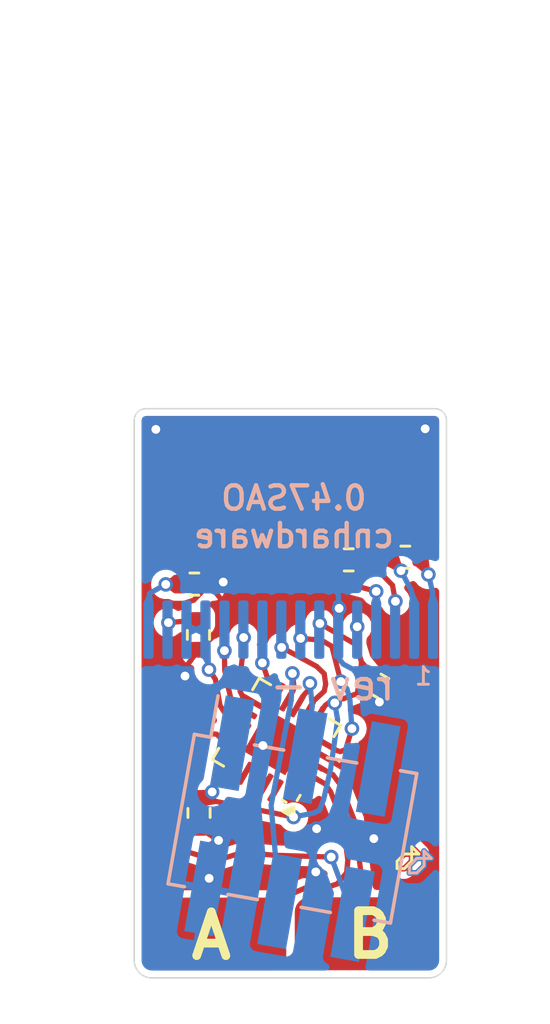
<source format=kicad_pcb>
(kicad_pcb (version 20240108) (generator "pcbnew") (generator_version "8.0")
  (layers (0 "F.Cu" signal) (31 "B.Cu" signal) (34 "B.Paste" user) (35 "F.Paste" user) (36 "B.SilkS" user "B.Silkscreen") (37 "F.SilkS" user "F.Silkscreen") (38 "B.Mask" user) (39 "F.Mask" user) (44 "Edge.Cuts" user))
  (net 0 "")
  (net 1 "VDD")
  (net 2 "GND")
  (net 4 "Net-(U1-VCC)")
  (net 5 "Net-(U1-C2N)")
  (net 6 "Net-(U1-C2P)")
  (net 7 "Net-(U1-C1P)")
  (net 8 "Net-(U1-C1N)")
  (net 9 "Net-(U1-VCOMH)")
  (net 10 "Net-(U2-PA1{slash}OSCI{slash}A1{slash}T1CH2{slash}OPN0)")
  (net 11 "Net-(U2-PA2{slash}OSCO{slash}A0{slash}T1CH2N{slash}OPP0{slash}AETR2)")
  (net 15 "SSCL")
  (net 16 "SWIO")
  (net 17 "SSDA")
  (net 18 "SDA")
  (net 19 "CS")
  (net 20 "DC")
  (net 21 "RST")
  (net 22 "BS1")
  (net 23 "SCL")
  (footprint "TestPoint:TestPoint_Pad_D2.5mm" (layer "F.Cu") (at 198.34 84.02)
    (property "Reference" "TP2")
    (property "Value" "TP1")
    (pad "1" smd roundrect (at 0 0) (size 4.9 2.5) (layers "F.Cu") (roundrect_rratio 0.2) (net 11 "Net-(U2-PA2{slash}OSCO{slash}A0{slash}T1CH2N{slash}OPP0{slash}AETR2)"))
  )
  (footprint "Resistor_SMD:R_0402_1005Metric" (layer "F.Cu") (at 198.79 75.53 150)
    (property "Reference" "C1")
    (property "Value" "1u")
    (fp_line (start -0.153641 -0.38) (end 0.153641 -0.38) (stroke (width 0.1)) (layer "F.SilkS"))
    (fp_line (start -0.153641 0.38) (end 0.153641 0.38) (stroke (width 0.1)) (layer "F.SilkS"))
    (pad "1" smd roundrect (at -0.51 0 150) (size 0.54 0.64) (layers "F.Cu" "F.Paste" "F.Mask") (net 2 "GND"))
    (pad "2" smd roundrect (at 0.51 0 150) (size 0.54 0.64) (layers "F.Cu" "F.Paste" "F.Mask") (net 1 "VDD"))
  )
  (footprint "Resistor_SMD:R_0402_1005Metric" (layer "F.Cu") (at 192.59 73.78 -90)
    (property "Reference" "C7")
    (property "Value" "1u" (hide yes))
    (fp_line (start -0.153641 0.38) (end 0.153641 0.38) (stroke (width 0.1)) (layer "F.SilkS"))
    (fp_line (start -0.153641 -0.38) (end 0.153641 -0.38) (stroke (width 0.1)) (layer "F.SilkS"))
    (pad "1" smd roundrect (at -0.51 0 270) (size 0.54 0.64) (layers "F.Cu" "F.Paste" "F.Mask") (net 9 "Net-(U1-VCOMH)"))
    (pad "2" smd roundrect (at 0.51 0 270) (size 0.54 0.64) (layers "F.Cu" "F.Paste" "F.Mask") (net 2 "GND"))
  )
  (footprint "Resistor_SMD:R_0402_1005Metric" (layer "F.Cu") (at 197.74 71.21 180)
    (property "Reference" "C6")
    (property "Value" "1u")
    (fp_line (start -0.153641 0.38) (end 0.153641 0.38) (stroke (width 0.1)) (layer "F.SilkS"))
    (fp_line (start -0.153641 -0.38) (end 0.153641 -0.38) (stroke (width 0.1)) (layer "F.SilkS"))
    (pad "1" smd roundrect (at -0.51 0 180) (size 0.54 0.64) (layers "F.Cu" "F.Paste" "F.Mask") (net 7 "Net-(U1-C1P)"))
    (pad "2" smd roundrect (at 0.51 0 180) (size 0.54 0.64) (layers "F.Cu" "F.Paste" "F.Mask") (net 8 "Net-(U1-C1N)"))
  )
  (footprint "Resistor_SMD:R_0402_1005Metric" (layer "F.Cu") (at 199.68 71.12)
    (property "Reference" "C5")
    (property "Value" "1u")
    (fp_line (start -0.153641 -0.38) (end 0.153641 -0.38) (stroke (width 0.1)) (layer "F.SilkS"))
    (fp_line (start -0.153641 0.38) (end 0.153641 0.38) (stroke (width 0.1)) (layer "F.SilkS"))
    (pad "1" smd roundrect (at -0.51 0) (size 0.54 0.64) (layers "F.Cu" "F.Paste" "F.Mask") (net 5 "Net-(U1-C2N)"))
    (pad "2" smd roundrect (at 0.51 0) (size 0.54 0.64) (layers "F.Cu" "F.Paste" "F.Mask") (net 6 "Net-(U1-C2P)"))
  )
  (footprint "Resistor_SMD:R_0402_1005Metric" (layer "F.Cu") (at 192.61 79.88 90)
    (property "Reference" "C2")
    (property "Value" "1u" (hide yes))
    (fp_line (start -0.153641 -0.38) (end 0.153641 -0.38) (stroke (width 0.1)) (layer "F.SilkS"))
    (fp_line (start -0.153641 0.38) (end 0.153641 0.38) (stroke (width 0.1)) (layer "F.SilkS"))
    (pad "1" smd roundrect (at -0.51 0 90) (size 0.54 0.64) (layers "F.Cu" "F.Paste" "F.Mask") (net 2 "GND"))
    (pad "2" smd roundrect (at 0.51 0 90) (size 0.54 0.64) (layers "F.Cu" "F.Paste" "F.Mask") (net 1 "VDD"))
  )
  (footprint "TestPoint:TestPoint_Pad_D2.5mm" (layer "F.Cu") (at 193.15 84.03)
    (property "Reference" "TP1")
    (property "Value" "TP1")
    (pad "1" smd roundrect (at 0 0) (size 4.9 2.5) (layers "F.Cu") (roundrect_rratio 0.2) (net 10 "Net-(U2-PA1{slash}OSCI{slash}A1{slash}T1CH2{slash}OPN0)"))
  )
  (footprint "Package_DFN_QFN:QFN-20-1EP_3x3mm_P0.4mm_EP1.65x1.65mm" (layer "F.Cu") (at 195.26218 77.464263 150)
    (property "Reference" "U2" (hide yes))
    (property "Value" "CH32V003F4U6")
    (fp_line (start 1.61 -1.61) (end 1.61 -1.16) (stroke (width 0.1)) (layer "F.SilkS"))
    (fp_line (start 1.16 -1.61) (end 1.61 -1.61) (stroke (width 0.1)) (layer "F.SilkS"))
    (fp_line (start 1.61 1.61) (end 1.61 1.16) (stroke (width 0.1)) (layer "F.SilkS"))
    (fp_line (start 1.16 1.61) (end 1.61 1.61) (stroke (width 0.1)) (layer "F.SilkS"))
    (fp_line (start -1.16 -1.61) (end -1.31 -1.61) (stroke (width 0.1)) (layer "F.SilkS"))
    (fp_line (start -1.61 -1.16) (end -1.61 -1.37) (stroke (width 0.1)) (layer "F.SilkS"))
    (fp_line (start -1.16 1.61) (end -1.61 1.61) (stroke (width 0.1)) (layer "F.SilkS"))
    (fp_line (start -1.61 1.61) (end -1.61 1.16) (stroke (width 0.1)) (layer "F.SilkS"))
    (fp_poly (pts (xy -1.61 -1.61) (xy -1.85 -1.94) (xy -1.37 -1.94) (xy -1.61 -1.61)) (stroke (width 0.1)) (fill solid) (layer "F.SilkS"))
    (pad "1" smd roundrect (at -1.45 -0.8 150) (size 0.85 0.2) (layers "F.Cu" "F.Paste" "F.Mask"))
    (pad "2" smd roundrect (at -1.45 -0.4 150) (size 0.85 0.2) (layers "F.Cu" "F.Paste" "F.Mask") (net 10 "Net-(U2-PA1{slash}OSCI{slash}A1{slash}T1CH2{slash}OPN0)"))
    (pad "3" smd roundrect (at -1.45 0 150) (size 0.85 0.2) (layers "F.Cu" "F.Paste" "F.Mask") (net 11 "Net-(U2-PA2{slash}OSCO{slash}A0{slash}T1CH2N{slash}OPP0{slash}AETR2)"))
    (pad "4" smd roundrect (at -1.45 0.4 150) (size 0.85 0.2) (layers "F.Cu" "F.Paste" "F.Mask") (net 2 "GND"))
    (pad "5" smd roundrect (at -1.45 0.8 150) (size 0.85 0.2) (layers "F.Cu" "F.Paste" "F.Mask") (net 22 "BS1"))
    (pad "6" smd roundrect (at -0.8 1.45 150) (size 0.2 0.85) (layers "F.Cu" "F.Paste" "F.Mask") (net 1 "VDD"))
    (pad "7" smd roundrect (at -0.4 1.45 150) (size 0.2 0.85) (layers "F.Cu" "F.Paste" "F.Mask") (net 19 "CS"))
    (pad "8" smd roundrect (at 0 1.45 150) (size 0.2 0.85) (layers "F.Cu" "F.Paste" "F.Mask") (net 17 "SSDA"))
    (pad "9" smd roundrect (at 0.4 1.45 150) (size 0.2 0.85) (layers "F.Cu" "F.Paste" "F.Mask") (net 15 "SSCL"))
    (pad "10" smd roundrect (at 0.8 1.45 150) (size 0.2 0.85) (layers "F.Cu" "F.Paste" "F.Mask") (net 21 "RST"))
    (pad "11" smd roundrect (at 1.45 0.8 150) (size 0.85 0.2) (layers "F.Cu" "F.Paste" "F.Mask") (net 20 "DC"))
    (pad "12" smd roundrect (at 1.45 0.4 150) (size 0.85 0.2) (layers "F.Cu" "F.Paste" "F.Mask") (net 23 "SCL"))
    (pad "13" smd roundrect (at 1.45 0 150) (size 0.85 0.2) (layers "F.Cu" "F.Paste" "F.Mask") (net 18 "SDA"))
    (pad "14" smd roundrect (at 1.45 -0.4 150) (size 0.85 0.2) (layers "F.Cu" "F.Paste" "F.Mask"))
    (pad "15" smd roundrect (at 1.45 -0.8 150) (size 0.85 0.2) (layers "F.Cu" "F.Paste" "F.Mask") (net 16 "SWIO"))
    (pad "16" smd roundrect (at 0.8 -1.45 150) (size 0.2 0.85) (layers "F.Cu" "F.Paste" "F.Mask"))
    (pad "17" smd roundrect (at 0.4 -1.45 150) (size 0.2 0.85) (layers "F.Cu" "F.Paste" "F.Mask"))
    (pad "18" smd roundrect (at 0 -1.45 150) (size 0.2 0.85) (layers "F.Cu" "F.Paste" "F.Mask"))
    (pad "19" smd roundrect (at -0.4 -1.45 150) (size 0.2 0.85) (layers "F.Cu" "F.Paste" "F.Mask"))
    (pad "20" smd roundrect (at -0.8 -1.45 150) (size 0.2 0.85) (layers "F.Cu" "F.Paste" "F.Mask"))
    (pad "21" smd rect (at 0 0 150) (size 1.65 1.65) (property pad_prop_heatsink) (layers "F.Cu" "F.Mask") (net 2 "GND"))
  )
  (footprint "Resistor_SMD:R_0402_1005Metric" (layer "F.Cu") (at 192.45 72.04)
    (property "Reference" "C4")
    (property "Value" "1u" (hide yes))
    (fp_line (start -0.153641 -0.38) (end 0.153641 -0.38) (stroke (width 0.1)) (layer "F.SilkS"))
    (fp_line (start -0.153641 0.38) (end 0.153641 0.38) (stroke (width 0.1)) (layer "F.SilkS"))
    (pad "1" smd roundrect (at -0.51 0) (size 0.54 0.64) (layers "F.Cu" "F.Paste" "F.Mask") (net 4 "Net-(U1-VCC)"))
    (pad "2" smd roundrect (at 0.51 0) (size 0.54 0.64) (layers "F.Cu" "F.Paste" "F.Mask") (net 2 "GND"))
  )
  (footprint "cnhardware:P0.65mm_16_pin_OLED_FLEX_CONTACT" (layer "B.Cu") (at 190.88 69.7 90)
    (property "Reference" "U1" (hide yes))
    (property "Value" "~")
    (pad "1" smd roundrect (at -3.9 9.75 90) (size 2 0.35) (layers "B.Cu" "B.Paste" "B.Mask") (net 6 "Net-(U1-C2P)"))
    (pad "2" smd roundrect (at -3.9 9.1 90) (size 2 0.35) (layers "B.Cu" "B.Paste" "B.Mask") (net 5 "Net-(U1-C2N)"))
    (pad "3" smd roundrect (at -3.9 8.45 90) (size 2 0.35) (layers "B.Cu" "B.Paste" "B.Mask") (net 7 "Net-(U1-C1P)"))
    (pad "4" smd roundrect (at -3.9 7.8 90) (size 2 0.35) (layers "B.Cu" "B.Paste" "B.Mask") (net 8 "Net-(U1-C1N)"))
    (pad "5" smd roundrect (at -3.9 7.15 90) (size 2 0.35) (layers "B.Cu" "B.Paste" "B.Mask") (net 1 "VDD"))
    (pad "6" smd roundrect (at -3.9 6.5 90) (size 2 0.35) (layers "B.Cu" "B.Paste" "B.Mask") (net 2 "GND"))
    (pad "7" smd roundrect (at -3.9 5.85 90) (size 2 0.35) (layers "B.Cu" "B.Paste" "B.Mask") (net 1 "VDD"))
    (pad "8" smd roundrect (at -3.9 5.2 90) (size 2 0.35) (layers "B.Cu" "B.Paste" "B.Mask") (net 22 "BS1"))
    (pad "9" smd roundrect (at -3.9 4.55 90) (size 2 0.35) (layers "B.Cu" "B.Paste" "B.Mask") (net 19 "CS"))
    (pad "10" smd roundrect (at -3.9 3.9 90) (size 2 0.35) (layers "B.Cu" "B.Paste" "B.Mask") (net 21 "RST"))
    (pad "11" smd roundrect (at -3.9 3.25 90) (size 2 0.35) (layers "B.Cu" "B.Paste" "B.Mask") (net 20 "DC"))
    (pad "12" smd roundrect (at -3.9 2.6 90) (size 2 0.35) (layers "B.Cu" "B.Paste" "B.Mask") (net 23 "SCL"))
    (pad "13" smd roundrect (at -3.9 1.95 90) (size 2 0.35) (layers "B.Cu" "B.Paste" "B.Mask") (net 18 "SDA"))
    (pad "14" smd roundrect (at -3.9 1.3 90) (size 2 0.35) (layers "B.Cu" "B.Paste" "B.Mask") (net 18 "SDA"))
    (pad "15" smd roundrect (at -3.9 0.65 90) (size 2 0.35) (layers "B.Cu" "B.Paste" "B.Mask") (net 9 "Net-(U1-VCOMH)"))
    (pad "16" smd roundrect (at -3.9 0 90) (size 2 0.35) (layers "B.Cu" "B.Paste" "B.Mask") (net 4 "Net-(U1-VCC)"))
  )
  (footprint "Connector_PinHeader_2.54mm:PinHeader_2x03_P2.54mm_Vertical_SMD" (layer "B.Cu") (at 195.81 80.42 -100)
    (property "Reference" "J1" (hide yes))
    (property "Value" "SAO")
    (fp_line (start 2.599999 3.870001) (end -2.600001 3.869998) (stroke (width 0.12)) (layer "B.SilkS"))
    (fp_line (start 2.6 3.299999) (end 2.599999 3.870001) (stroke (width 0.12)) (layer "B.SilkS"))
    (fp_line (start -2.6 3.300001) (end -2.600001 3.869998) (stroke (width 0.12)) (layer "B.SilkS"))
    (fp_line (start -2.6 3.300001) (end -4.04 3.3) (stroke (width 0.12)) (layer "B.SilkS"))
    (fp_line (start 2.600001 0.760001) (end 2.6 1.780002) (stroke (width 0.12)) (layer "B.SilkS"))
    (fp_line (start -2.6 0.759999) (end -2.6 1.78) (stroke (width 0.12)) (layer "B.SilkS"))
    (fp_line (start 2.6 -1.78) (end 2.6 -0.759999) (stroke (width 0.12)) (layer "B.SilkS"))
    (fp_line (start -2.6 -1.780002) (end -2.600001 -0.760001) (stroke (width 0.12)) (layer "B.SilkS"))
    (fp_line (start 2.600001 -3.869998) (end 2.6 -3.300001) (stroke (width 0.12)) (layer "B.SilkS"))
    (fp_line (start 2.600001 -3.869998) (end -2.599999 -3.870001) (stroke (width 0.12)) (layer "B.SilkS"))
    (fp_line (start -2.599999 -3.870001) (end -2.6 -3.299999) (stroke (width 0.12)) (layer "B.SilkS"))
    (pad "1" smd rect (at -2.525 2.54 260) (size 3.15 1) (layers "B.Cu" "B.Paste" "B.Mask") (net 1 "VDD"))
    (pad "2" smd rect (at 2.525 2.54 260) (size 3.15 1) (layers "B.Cu" "B.Paste" "B.Mask") (net 2 "GND"))
    (pad "3" smd rect (at -2.525 0.000001 260) (size 3.15 1) (layers "B.Cu" "B.Paste" "B.Mask") (net 17 "SSDA"))
    (pad "4" smd rect (at 2.525 -0.000001 260) (size 3.15 1) (layers "B.Cu" "B.Paste" "B.Mask") (net 15 "SSCL"))
    (pad "5" smd rect (at -2.525 -2.54 260) (size 3.15 1) (layers "B.Cu" "B.Paste" "B.Mask"))
    (pad "6" smd rect (at 2.525 -2.54 260) (size 3.15 1) (layers "B.Cu" "B.Paste" "B.Mask") (net 16 "SWIO"))
  )
  (gr_line (start 200.071 81.936) (end 199.821 81.936) (stroke (width 0.1)) (layer "B.SilkS"))
  (gr_line (start 200.571 81.435999) (end 200.321 81.186) (stroke (width 0.1)) (layer "B.SilkS"))
  (gr_line (start 200.071 81.436) (end 200.571 81.435999) (stroke (width 0.1)) (layer "B.SilkS"))
  (gr_line (start 200.321 81.186) (end 200.321 81.686) (stroke (width 0.1)) (layer "B.SilkS"))
  (gr_line (start 200.321 81.686) (end 200.071 81.936) (stroke (width 0.1)) (layer "B.SilkS"))
  (gr_line (start 199.821 81.936) (end 199.821 81.686) (stroke (width 0.1)) (layer "B.SilkS"))
  (gr_line (start 199.821 81.686) (end 200.071 81.436) (stroke (width 0.1)) (layer "B.SilkS"))
  (gr_line (start 199.646 81.786) (end 199.896 81.536) (stroke (width 0.1)) (layer "F.SilkS"))
  (gr_line (start 199.896 81.536) (end 199.896001 81.035999) (stroke (width 0.1)) (layer "F.SilkS"))
  (gr_line (start 199.646 81.286) (end 199.396 81.536) (stroke (width 0.1)) (layer "F.SilkS"))
  (gr_line (start 199.396 81.536) (end 199.396 81.786) (stroke (width 0.1)) (layer "F.SilkS"))
  (gr_line (start 200.146 81.286) (end 199.646 81.286) (stroke (width 0.1)) (layer "F.SilkS"))
  (gr_line (start 199.396 81.786) (end 199.646 81.786) (stroke (width 0.1)) (layer "F.SilkS"))
  (gr_line (start 199.896001 81.035999) (end 200.146 81.286) (stroke (width 0.1)) (layer "F.SilkS"))
  (gr_arc (start 190.99 85.53) (mid 190.565736 85.354264) (end 190.39 84.93) (stroke (width 0.05)) (layer "Edge.Cuts"))
  (gr_arc (start 190.39 66.43) (mid 190.507157 66.147157) (end 190.79 66.03) (stroke (width 0.05)) (layer "Edge.Cuts"))
  (gr_arc (start 201.09 84.93) (mid 200.914264 85.354264) (end 200.49 85.53) (stroke (width 0.05)) (layer "Edge.Cuts"))
  (gr_line (start 200.69 66.03) (end 190.79 66.03) (stroke (width 0.05)) (layer "Edge.Cuts"))
  (gr_line (start 190.39 84.93) (end 190.39 71.33) (stroke (width 0.05)) (layer "Edge.Cuts"))
  (gr_line (start 190.39 66.43) (end 190.39 71.329999) (stroke (width 0.05)) (layer "Edge.Cuts"))
  (gr_line (start 201.09 84.93) (end 201.09 66.43) (stroke (width 0.05)) (layer "Edge.Cuts"))
  (gr_line (start 200.49 85.53) (end 190.99 85.53) (stroke (width 0.05)) (layer "Edge.Cuts"))
  (gr_arc (start 200.69 66.03) (mid 200.972843 66.147157) (end 201.09 66.43) (stroke (width 0.05)) (layer "Edge.Cuts"))
  (gr_text "rev -" (at 199.4 76.09 0) (layer "B.SilkS") (effects (font (size 1 1)) (justify left bottom mirror)))
  (gr_text "1" (at 200.65 75.55 -0) (layer "B.SilkS") (effects (font (size 0.6 0.6) (thickness 0.1) (bold yes)) (justify left bottom mirror)))
  (gr_text "0.47SAO\ncnhardware" (at 195.86 70.85 0) (layer "B.SilkS") (effects (font (size 0.8 0.8)) (justify bottom mirror)))
  (gr_text "B" (at 198.47 84.05 0) (layer "F.SilkS") (effects (font (size 1.5 1.5) (thickness 0.3) (bold yes))))
  (gr_text "A" (at 193.03 84.09 0) (layer "F.SilkS") (effects (font (size 1.5 1.5) (thickness 0.3) (bold yes))))
  (segment (start 199.896001 81.035999) (end 199.896 81.536) (width 0.2) (layer "F.Cu") (net 0))
  (segment (start 199.396 81.786) (end 199.646 81.786) (width 0.2) (layer "F.Cu") (net 0))
  (segment (start 199.396 81.536) (end 199.646 81.286) (width 0.2) (layer "F.Cu") (net 0))
  (segment (start 199.896 81.536) (end 199.646 81.786) (width 0.2) (layer "F.Cu") (net 0))
  (segment (start 200.146 81.286) (end 199.896001 81.035999) (width 0.2) (layer "F.Cu") (net 0))
  (segment (start 199.396 81.786) (end 199.396 81.536) (width 0.2) (layer "F.Cu") (net 0))
  (segment (start 199.646 81.286) (end 200.146 81.286) (width 0.2) (layer "F.Cu") (net 0))
  (segment (start 200.071 81.436) (end 199.821 81.686) (width 0.2) (layer "B.Cu") (net 0))
  (segment (start 199.821 81.936) (end 199.821 81.686) (width 0.2) (layer "B.Cu") (net 0))
  (segment (start 200.321 81.186) (end 200.571 81.435999) (width 0.2) (layer "B.Cu") (net 0))
  (segment (start 200.321 81.686) (end 200.321 81.186) (width 0.2) (layer "B.Cu") (net 0))
  (segment (start 199.821 81.936) (end 200.071 81.936) (width 0.2) (layer "B.Cu") (net 0))
  (segment (start 200.071 81.936) (end 200.321 81.686) (width 0.2) (layer "B.Cu") (net 0))
  (segment (start 200.571 81.435999) (end 200.071 81.436) (width 0.2) (layer "B.Cu") (net 0))
  (segment (start 195.85 80.02) (end 192.61 79.37) (width 0.18) (layer "F.Cu") (net 1))
  (segment (start 196.75 73.39) (end 197.35 73.74) (width 0.18) (layer "F.Cu") (net 1))
  (segment (start 198.03 73.5) (end 198 74.12) (width 0.18) (layer "F.Cu") (net 1))
  (segment (start 197.35 73.74) (end 198 74.12) (width 0.18) (layer "F.Cu") (net 1))
  (segment (start 196.68 76.608526) (end 196.93 76.2) (width 0.18) (layer "F.Cu") (net 1))
  (segment (start 197.229352 75.969352) (end 197.55 75.97) (width 0.18) (layer "F.Cu") (net 1))
  (segment (start 197.229352 75.969352) (end 197.26 76.11) (width 0.18) (layer "F.Cu") (net 1))
  (segment (start 198.02 75.79) (end 198.348327 75.275) (width 0.18) (layer "F.Cu") (net 1))
  (segment (start 197.55 75.97) (end 198.02 75.79) (width 0.18) (layer "F.Cu") (net 1))
  (segment (start 196.93 76.2) (end 197.229352 75.969352) (width 0.18) (layer "F.Cu") (net 1))
  (segment (start 193.06 79.16) (end 192.61 79.37) (width 0.18) (layer "F.Cu") (net 1))
  (segment (start 198 74.12) (end 198.348327 75.275) (width 0.18) (layer "F.Cu") (net 1))
  (via (at 196.75 73.39) (size 0.5) (drill 0.3) (layers "F.Cu" "B.Cu") (net 1))
  (via (at 198.03 73.5) (size 0.5) (drill 0.3) (layers "F.Cu" "B.Cu") (net 1))
  (via (at 195.85 80.02) (size 0.5) (drill 0.3) (layers "F.Cu" "B.Cu") (net 1))
  (via (at 193.06 79.16) (size 0.5) (drill 0.3) (layers "F.Cu" "B.Cu") (net 1))
  (via (at 197.26 76.11) (size 0.5) (drill 0.3) (layers "F.Cu" "B.Cu") (net 1))
  (segment (start 196.74 79.78) (end 196.88 79.42) (width 0.18) (layer "B.Cu") (net 1))
  (segment (start 195.85 80.02) (end 196.55 79.88) (width 0.18) (layer "B.Cu") (net 1))
  (segment (start 197.12 78.37) (end 197.36 76.69) (width 0.18) (layer "B.Cu") (net 1))
  (segment (start 196.88 79.42) (end 197.12 78.37) (width 0.18) (layer "B.Cu") (net 1))
  (segment (start 197.36 76.69) (end 197.26 76.11) (width 0.18) (layer "B.Cu") (net 1))
  (segment (start 196.75 73.6) (end 196.75 73.39) (width 0.18) (layer "B.Cu") (net 1))
  (segment (start 193.74705 77.492294) (end 193.06 79.16) (width 0.18) (layer "B.Cu") (net 1))
  (segment (start 196.55 79.88) (end 196.74 79.78) (width 0.18) (layer "B.Cu") (net 1))
  (segment (start 193.874936 73.215064) (end 194.67 73.24) (width 0.18) (layer "F.Cu") (net 2))
  (segment (start 196.717917 77.842853) (end 197.52 78.33) (width 0.18) (layer "F.Cu") (net 2))
  (segment (start 194.61 80.58) (end 193.28 80.82) (width 0.18) (layer "F.Cu") (net 2))
  (segment (start 195.77 80.66) (end 194.61 80.58) (width 0.18) (layer "F.Cu") (net 2))
  (segment (start 194.67 73.24) (end 196.53 72.86) (width 0.18) (layer "F.Cu") (net 2))
  (segment (start 197.52 78.33) (end 198.06 78.41) (width 0.18) (layer "F.Cu") (net 2))
  (segment (start 192.25 74.76) (end 192.13 75.19) (width 0.18) (layer "F.Cu") (net 2))
  (segment (start 198.06 78.41) (end 198.51 77.99) (width 0.18) (layer "F.Cu") (net 2))
  (segment (start 192.59 74.29) (end 192.25 74.76) (width 0.18) (layer "F.Cu") (net 2))
  (segment (start 196.717917 77.842853) (end 195.92 77.37) (width 0.18) (layer "F.Cu") (net 2))
  (segment (start 196.64 80.42) (end 195.77 80.66) (width 0.18) (layer "F.Cu") (net 2))
  (segment (start 195.26218 77.464263) (end 194.8 77.57) (width 0.18) (layer "F.Cu") (net 2))
  (segment (start 193.874936 73.215064) (end 193.14 73.8) (width 0.18) (layer "F.Cu") (net 2))
  (segment (start 192.43 72.59) (end 192.01 72.73) (width 0.18) (layer "F.Cu") (net 2))
  (segment (start 193.28 80.82) (end 192.61 80.39) (width 0.18) (layer "F.Cu") (net 2))
  (segment (start 196.53 72.86) (end 197.01 72.85) (width 0.18) (layer "F.Cu") (net 2))
  (segment (start 197.01 72.85) (end 197.41 72.87) (width 0.18) (layer "F.Cu") (net 2))
  (segment (start 198.79 76.08) (end 199.231673 75.785) (width 0.18) (layer "F.Cu") (net 2))
  (segment (start 192.96 72.04) (end 193.874936 73.215064) (width 0.18) (layer "F.Cu") (net 2))
  (segment (start 192.01 72.73) (end 191.21 72.76) (width 0.18) (layer "F.Cu") (net 2))
  (segment (start 192.96 72.04) (end 192.43 72.59) (width 0.18) (layer "F.Cu") (net 2))
  (segment (start 198.51 77.99) (end 198.79 76.08) (width 0.18) (layer "F.Cu") (net 2))
  (segment (start 192.956201 82.12) (end 196.61 81.9) (width 0.18) (layer "F.Cu") (net 2))
  (segment (start 193.14 73.8) (end 192.59 74.29) (width 0.18) (layer "F.Cu") (net 2))
  (via (at 192.956201 82.12) (size 0.5) (drill 0.3) (layers "F.Cu" "B.Cu") (net 2))
  (via (at 198.6 80.76) (size 0.5) (drill 0.3) (layers "F.Cu" "B.Cu") (net 2))
  (via (at 194.8 77.57) (size 0.5) (drill 0.3) (layers "F.Cu" "B.Cu") (net 2))
  (via (at 197.41 72.87) (size 0.5) (drill 0.3) (layers "F.Cu" "B.Cu") (net 2))
  (via (at 192.13 75.19) (size 0.5) (drill 0.3) (layers "F.Cu" "B.Cu") (net 2))
  (via (at 193.28 80.82) (size 0.5) (drill 0.3) (layers "F.Cu" "B.Cu") (net 2))
  (via (at 191.13 66.74) (size 0.5) (drill 0.3) (layers "F.Cu" "B.Cu") (net 2))
  (via (at 198.79 76.08) (size 0.5) (drill 0.3) (layers "F.Cu" "B.Cu") (net 2))
  (via (at 196.64 80.42) (size 0.5) (drill 0.3) (layers "F.Cu" "B.Cu") (net 2))
  (via (at 196.61 81.9) (size 0.5) (drill 0.3) (layers "F.Cu" "B.Cu") (net 2))
  (via (at 193.44 71.97) (size 0.5) (drill 0.3) (layers "F.Cu" "B.Cu") (net 2))
  (via (at 200.36 66.72) (size 0.5) (drill 0.3) (layers "F.Cu" "B.Cu") (net 2))
  (segment (start 192.5 75.54) (end 192.13 75.19) (width 0.18) (layer "B.Cu") (net 2))
  (segment (start 198.79 76.08) (end 198.62 75.52) (width 0.18) (layer "B.Cu") (net 2))
  (segment (start 197.41 72.87) (end 197.38 72.37) (width 0.18) (layer "B.Cu") (net 2))
  (segment (start 193.35 75.45) (end 192.9 75.62) (width 0.18) (layer "B.Cu") (net 2))
  (segment (start 192.9 75.62) (end 192.5 75.54) (width 0.18) (layer "B.Cu") (net 2))
  (segment (start 194.38 71.64) (end 193.44 71.97) (width 0.18) (layer "B.Cu") (net 2))
  (segment (start 192.956201 82.12) (end 193.28 80.82) (width 0.18) (layer "B.Cu") (net 2))
  (segment (start 194.8 77.57) (end 194.83 75.94) (width 0.18) (layer "B.Cu") (net 2))
  (segment (start 192.870127 82.465573) (end 192.956201 82.12) (width 0.18) (layer "B.Cu") (net 2))
  (segment (start 194.46 78.86) (end 192.870127 82.465573) (width 0.18) (layer "B.Cu") (net 2))
  (segment (start 196.64 80.42) (end 198.6 80.76) (width 0.18) (layer "B.Cu") (net 2))
  (segment (start 198.62 75.52) (end 197.96 75) (width 0.18) (layer "B.Cu") (net 2))
  (segment (start 197.14 72.18) (end 194.38 71.64) (width 0.18) (layer "B.Cu") (net 2))
  (segment (start 194.19 75.39) (end 193.35 75.45) (width 0.18) (layer "B.Cu") (net 2))
  (segment (start 194.83 75.94) (end 194.58 75.54) (width 0.18) (layer "B.Cu") (net 2))
  (segment (start 197.42 74.61) (end 197.4 73.6) (width 0.18) (layer "B.Cu") (net 2))
  (segment (start 197.55 74.78) (end 197.42 74.61) (width 0.18) (layer "B.Cu") (net 2))
  (segment (start 197.4 73.6) (end 197.41 72.87) (width 0.18) (layer "B.Cu") (net 2))
  (segment (start 197.38 72.37) (end 197.14 72.18) (width 0.18) (layer "B.Cu") (net 2))
  (segment (start 194.8 77.57) (end 194.46 78.86) (width 0.18) (layer "B.Cu") (net 2))
  (segment (start 197.96 75) (end 197.55 74.78) (width 0.18) (layer "B.Cu") (net 2))
  (segment (start 194.58 75.54) (end 194.19 75.39) (width 0.18) (layer "B.Cu") (net 2))
  (segment (start 191.47 72.05) (end 191.94 72.04) (width 0.18) (layer "F.Cu") (net 4))
  (via (at 191.47 72.05) (size 0.5) (drill 0.3) (layers "F.Cu" "B.Cu") (net 4))
  (segment (start 190.91 72.36) (end 190.9 73.6) (width 0.18) (layer "B.Cu") (net 4))
  (segment (start 191.47 72.05) (end 190.91 72.36) (width 0.18) (layer "B.Cu") (net 4))
  (segment (start 199.53 71.58) (end 199.17 71.12) (width 0.18) (layer "F.Cu") (net 5))
  (via (at 199.53 71.58) (size 0.5) (drill 0.3) (layers "F.Cu" "B.Cu") (net 5))
  (segment (start 199.86 72.21) (end 199.98 72.59) (width 0.18) (layer "B.Cu") (net 5))
  (segment (start 199.98 72.59) (end 200 73.6) (width 0.18) (layer "B.Cu") (net 5))
  (segment (start 199.53 71.58) (end 199.86 72.21) (width 0.18) (layer "B.Cu") (net 5))
  (segment (start 200.19 71.12) (end 200.47 71.71) (width 0.18) (layer "F.Cu") (net 6))
  (via (at 200.47 71.71) (size 0.5) (drill 0.3) (layers "F.Cu" "B.Cu") (net 6))
  (segment (start 200.47 71.71) (end 200.61 72.3) (width 0.18) (layer "B.Cu") (net 6))
  (segment (start 200.61 72.3) (end 200.65 73.6) (width 0.18) (layer "B.Cu") (net 6))
  (segment (start 198.89 71.72) (end 199.24 72.08) (width 0.18) (layer "F.Cu") (net 7))
  (segment (start 198.25 71.21) (end 198.89 71.72) (width 0.18) (layer "F.Cu") (net 7))
  (segment (start 199.24 72.08) (end 199.34 72.63) (width 0.18) (layer "F.Cu") (net 7))
  (via (at 199.34 72.63) (size 0.5) (drill 0.3) (layers "F.Cu" "B.Cu") (net 7))
  (segment (start 198.68 72.29) (end 197.76 72.04) (width 0.18) (layer "F.Cu") (net 8))
  (segment (start 197.76 72.04) (end 197.23 71.21) (width 0.18) (layer "F.Cu") (net 8))
  (via (at 198.68 72.29) (size 0.5) (drill 0.3) (layers "F.Cu" "B.Cu") (net 8))
  (segment (start 198.7 73.6) (end 198.68 72.29) (width 0.18) (layer "B.Cu") (net 8))
  (segment (start 192.59 73.27) (end 191.56 73.36) (width 0.18) (layer "F.Cu") (net 9))
  (via (at 191.56 73.36) (size 0.5) (drill 0.3) (layers "F.Cu" "B.Cu") (net 9))
  (segment (start 197.12 79.16) (end 196.94 78.89) (width 0.18) (layer "F.Cu") (net 10))
  (segment (start 193.09 84.06) (end 195.69 82.69) (width 0.185) (layer "F.Cu") (net 10))
  (segment (start 196.9 82.46) (end 197.35 82.31) (width 0.185) (layer "F.Cu") (net 10))
  (segment (start 197.35 82.31) (end 197.67 81.93) (width 0.185) (layer "F.Cu") (net 10))
  (segment (start 196.94 78.89) (end 196.317917 78.535673) (width 0.18) (layer "F.Cu") (net 10))
  (segment (start 197.67 81.93) (end 197.71 81.5) (width 0.185) (layer "F.Cu") (net 10))
  (segment (start 197.71 81.5) (end 197.54 80.2) (width 0.18) (layer "F.Cu") (net 10))
  (segment (start 196.23 82.46) (end 196.9 82.46) (width 0.185) (layer "F.Cu") (net 10))
  (segment (start 197.54 80.2) (end 197.12 79.16) (width 0.18) (layer "F.Cu") (net 10))
  (segment (start 195.69 82.69) (end 196.23 82.46) (width 0.185) (layer "F.Cu") (net 10))
  (segment (start 197.2 78.57) (end 197.44 78.9) (width 0.18) (layer "F.Cu") (net 11))
  (segment (start 197.92 80.1) (end 198.44 84.07) (width 0.18) (layer "F.Cu") (net 11))
  (segment (start 196.517917 78.189263) (end 197.2 78.57) (width 0.18) (layer "F.Cu") (net 11))
  (segment (start 197.44 78.9) (end 197.92 80.1) (width 0.18) (layer "F.Cu") (net 11))
  (segment (start 195.81 75.1) (end 195.87 75.6) (width 0.18) (layer "F.Cu") (net 15))
  (segment (start 195.87 75.6) (end 195.64077 76.008526) (width 0.18) (layer "F.Cu") (net 15))
  (via (at 195.81 75.1) (size 0.5) (drill 0.3) (layers "F.Cu" "B.Cu") (net 15))
  (segment (start 195.21 81.13) (end 195.371539 82.90664) (width 0.18) (layer "B.Cu") (net 15))
  (segment (start 195.080183 79.62) (end 195.21 81.13) (width 0.18) (layer "B.Cu") (net 15))
  (segment (start 195.81 75.1) (end 195.77 76.01) (width 0.18) (layer "B.Cu") (net 15))
  (segment (start 195.77 76.01) (end 195.080183 79.62) (width 0.18) (layer "B.Cu") (net 15))
  (segment (start 192.5 81.3) (end 192.07 81.17) (width 0.18) (layer "F.Cu") (net 16))
  (segment (start 191.87 80.98) (end 191.66 80.55) (width 0.18) (layer "F.Cu") (net 16))
  (segment (start 192.82 81.41) (end 192.5 81.3) (width 0.18) (layer "F.Cu") (net 16))
  (segment (start 193.28 81.49) (end 192.82 81.41) (width 0.18) (layer "F.Cu") (net 16))
  (segment (start 192.07 81.17) (end 191.87 80.98) (width 0.18) (layer "F.Cu") (net 16))
  (segment (start 195.2 81.33) (end 194.1 81.23) (width 0.18) (layer "F.Cu") (net 16))
  (segment (start 194.1 81.23) (end 193.28 81.49) (width 0.18) (layer "F.Cu") (net 16))
  (segment (start 191.66 80.55) (end 191.72 79.33) (width 0.18) (layer "F.Cu") (net 16))
  (segment (start 197.14 81.39) (end 195.2 81.33) (width 0.18) (layer "F.Cu") (net 16))
  (segment (start 191.72 79.33) (end 192.46 77.56) (width 0.18) (layer "F.Cu") (net 16))
  (segment (start 193.2 77.18) (end 193.606443 77.432083) (width 0.18) (layer "F.Cu") (net 16))
  (segment (start 192.46 77.56) (end 192.91 77.16) (width 0.18) (layer "F.Cu") (net 16))
  (segment (start 192.91 77.16) (end 193.2 77.18) (width 0.18) (layer "F.Cu") (net 16))
  (via (at 197.14 81.39) (size 0.5) (drill 0.3) (layers "F.Cu" "B.Cu") (net 16))
  (segment (start 197.14 81.39) (end 197.87295 83.347706) (width 0.18) (layer "B.Cu") (net 16))
  (segment (start 196.45 75.59) (end 196.31 75.72) (width 0.18) (layer "F.Cu") (net 17))
  (segment (start 196.21 75.83) (end 195.98718 76.208526) (width 0.18) (layer "F.Cu") (net 17))
  (segment (start 196.41 75.44) (end 196.45 75.59) (width 0.18) (layer "F.Cu") (net 17))
  (segment (start 196.31 75.72) (end 196.21 75.83) (width 0.18) (layer "F.Cu") (net 17))
  (via (at 196.41 75.44) (size 0.5) (drill 0.3) (layers "F.Cu" "B.Cu") (net 17))
  (segment (start 196.49 76.23) (end 196.248461 77.93336) (width 0.18) (layer "B.Cu") (net 17))
  (segment (start 196.41 75.44) (end 196.49 76.23) (width 0.18) (layer "B.Cu") (net 17))
  (segment (start 193.17 75.3) (end 193.33 76.2) (width 0.18) (layer "F.Cu") (net 18))
  (segment (start 193.49 76.45) (end 194.006443 76.739263) (width 0.18) (layer "F.Cu") (net 18))
  (segment (start 193.33 76.2) (end 193.49 76.45) (width 0.18) (layer "F.Cu") (net 18))
  (segment (start 192.950943 74.97) (end 193.17 75.3) (width 0.18) (layer "F.Cu") (net 18))
  (via (at 192.950943 74.97) (size 0.5) (drill 0.3) (layers "F.Cu" "B.Cu") (net 18))
  (segment (start 192.91 74.66) (end 192.85 73.6) (width 0.18) (layer "B.Cu") (net 18))
  (segment (start 192.950943 74.97) (end 192.91 74.66) (width 0.18) (layer "B.Cu") (net 18))
  (segment (start 192.2 73.6) (end 192.85 73.6) (width 0.18) (layer "B.Cu") (net 18))
  (segment (start 196.9 75.11) (end 196.95 75.47) (width 0.18) (layer "F.Cu") (net 19))
  (segment (start 195.44 74.21) (end 195.98 74.5) (width 0.18) (layer "F.Cu") (net 19))
  (segment (start 196.9 75.71) (end 196.54 76.04) (width 0.18) (layer "F.Cu") (net 19))
  (segment (start 196.95 75.47) (end 196.9 75.71) (width 0.18) (layer "F.Cu") (net 19))
  (segment (start 195.98 74.5) (end 196.64 74.86) (width 0.18) (layer "F.Cu") (net 19))
  (segment (start 196.54 76.04) (end 196.33359 76.408526) (width 0.18) (layer "F.Cu") (net 19))
  (segment (start 196.64 74.86) (end 196.9 75.11) (width 0.18) (layer "F.Cu") (net 19))
  (via (at 195.44 74.21) (size 0.5) (drill 0.3) (layers "F.Cu" "B.Cu") (net 19))
  (segment (start 194.09 75.86) (end 194.406443 76.046443) (width 0.18) (layer "F.Cu") (net 20))
  (segment (start 194.13 74.27) (end 194.04 75) (width 0.18) (layer "F.Cu") (net 20))
  (segment (start 194.14 73.87) (end 194.13 74.27) (width 0.18) (layer "F.Cu") (net 20))
  (segment (start 194.02 75.72) (end 194.09 75.86) (width 0.18) (layer "F.Cu") (net 20))
  (segment (start 194.04 75) (end 194.02 75.72) (width 0.18) (layer "F.Cu") (net 20))
  (via (at 194.14 73.87) (size 0.5) (drill 0.3) (layers "F.Cu" "B.Cu") (net 20))
  (segment (start 194.78 74.74) (end 195.03 75.47) (width 0.18) (layer "F.Cu") (net 21))
  (segment (start 195.38 75.67) (end 195.29436 75.808526) (width 0.18) (layer "F.Cu") (net 21))
  (segment (start 195.03 75.47) (end 195.38 75.67) (width 0.18) (layer "F.Cu") (net 21))
  (via (at 194.78 74.74) (size 0.5) (drill 0.3) (layers "F.Cu" "B.Cu") (net 21))
  (segment (start 194.77 74.55) (end 194.8 73.6) (width 0.18) (layer "B.Cu") (net 21))
  (segment (start 194.78 74.74) (end 194.77 74.55) (width 0.18) (layer "B.Cu") (net 21))
  (segment (start 197.85 76.99) (end 197.68 77.56) (width 0.18) (layer "F.Cu") (net 22))
  (segment (start 197.63 77.71) (end 197.45 77.78) (width 0.18) (layer "F.Cu") (net 22))
  (segment (start 197.33 77.74) (end 196.917917 77.496443) (width 0.18) (layer "F.Cu") (net 22))
  (segment (start 197.68 77.56) (end 197.63 77.71) (width 0.18) (layer "F.Cu") (net 22))
  (segment (start 197.45 77.78) (end 197.33 77.74) (width 0.18) (layer "F.Cu") (net 22))
  (segment (start 196.8 73.96) (end 197.16 74.17) (width 0.18) (layer "F.Cu") (net 22))
  (segment (start 197.16 74.17) (end 197.47 75.38) (width 0.18) (layer "F.Cu") (net 22))
  (segment (start 196.09 73.9) (end 196.8 73.96) (width 0.18) (layer "F.Cu") (net 22))
  (via (at 196.09 73.9) (size 0.5) (drill 0.3) (layers "F.Cu" "B.Cu") (net 22))
  (via (at 197.47 75.38) (size 0.5) (drill 0.3) (layers "F.Cu" "B.Cu") (net 22))
  (via (at 197.85 76.99) (size 0.5) (drill 0.3) (layers "F.Cu" "B.Cu") (net 22))
  (segment (start 196.1 73.6) (end 196.09 73.9) (width 0.18) (layer "B.Cu") (net 22))
  (segment (start 197.68 75.63) (end 197.78 76.01) (width 0.18) (layer "B.Cu") (net 22))
  (segment (start 197.78 76.01) (end 197.85 76.99) (width 0.18) (layer "B.Cu") (net 22))
  (segment (start 197.47 75.38) (end 197.68 75.63) (width 0.18) (layer "B.Cu") (net 22))
  (segment (start 193.48 74.32) (end 193.49 74.98) (width 0.18) (layer "F.Cu") (net 23))
  (segment (start 193.81 76.16) (end 194.206443 76.392853) (width 0.18) (layer "F.Cu") (net 23))
  (segment (start 193.6 75.53) (end 193.7 75.96) (width 0.18) (layer "F.Cu") (net 23))
  (segment (start 193.7 75.96) (end 193.81 76.16) (width 0.18) (layer "F.Cu") (net 23))
  (segment (start 193.49 74.98) (end 193.6 75.53) (width 0.18) (layer "F.Cu") (net 23))
  (via (at 193.48 74.32) (size 0.5) (drill 0.3) (layers "F.Cu" "B.Cu") (net 23))
  (zone (net 2) (net_name "GND") (layers "F&B.Cu") (connect_pads (clearance 0.25)) (min_thickness 0.25) (fill yes (thermal_gap 0.25) (thermal_bridge_width 0.25))
    (polygon (pts (xy 189.97 65.26) (xy 201.47 65.26) (xy 201.47 86.01) (xy 189.97 86.01)))
  )
)
</source>
